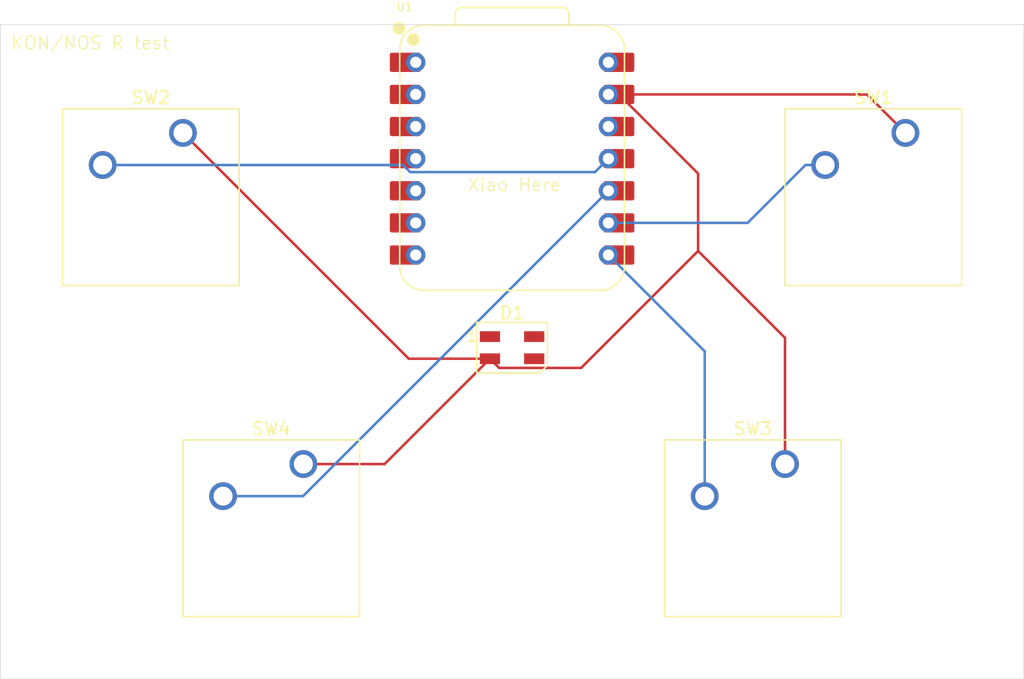
<source format=kicad_pcb>
(kicad_pcb (version 20241229) (generator "pcbnew") (generator_version "9.0")
  (layers (0 "F.Cu" signal) (2 "B.Cu" signal) (13 "F.Paste" user) (15 "B.Paste" user) (5 "F.SilkS" user "F.Silkscreen") (7 "B.SilkS" user "B.Silkscreen") (1 "F.Mask" user) (3 "B.Mask" user) (25 "Edge.Cuts" user))
  (net 0 "")
  (net 1 "GND")
  (net 3 "+5V")
  (net 4 "Net-(D1-DIN)")
  (net 5 "Net-(U1-GPIO2{slash}SCK)")
  (net 6 "Net-(U1-GPIO3{slash}MOSI)")
  (net 7 "Net-(U1-GPIO1{slash}RX)")
  (net 8 "Net-(U1-GPIO4{slash}MISO)")
  (footprint "LED_SMD:LED_SK6812MINI_PLCC4_3.5x3.5mm_P1.75mm" (layer "F.Cu") (at 102.39375 57.15)
    (property "Reference" "D1" (at 0 -2.75 0) (layer "F.SilkS"))
    (property "Value" "SK6812MINI")
    (fp_line (start -2.8 -2) (end -2.8 2) (stroke (width 0.12)) (layer "F.SilkS"))
    (fp_line (start -2.8 -2) (end 2.8 -2) (stroke (width 0.12)) (layer "F.SilkS"))
    (fp_line (start -2.8 2) (end 2.2 2) (stroke (width 0.12)) (layer "F.SilkS"))
    (fp_line (start 2.8 1.4) (end 2.2 2) (stroke (width 0.12)) (layer "F.SilkS"))
    (fp_line (start 2.8 1.4) (end 2.8 -2) (stroke (width 0.12)) (layer "F.SilkS"))
    (fp_text user "1" (at -3.2 -0.875 0) (layer "F.SilkS") (effects (font (size 0.8 0.8))))
    (pad "1" smd rect (at -1.75 -0.875) (size 1.6 0.85) (layers "F.Cu" "F.Mask" "F.Paste"))
    (pad "2" smd rect (at -1.75 0.875) (size 1.6 0.85) (layers "F.Cu" "F.Mask" "F.Paste") (net 1 "GND"))
    (pad "3" smd rect (at 1.75 0.875) (size 1.6 0.85) (layers "F.Cu" "F.Mask" "F.Paste") (net 4 "Net-(D1-DIN)"))
    (pad "4" smd rect (at 1.75 -0.875) (size 1.6 0.85) (layers "F.Cu" "F.Mask" "F.Paste") (net 3 "+5V"))
  )
  (footprint "Button_Switch_Keyboard:SW_Cherry_MX_1.00u_PCB" (layer "F.Cu") (at 76.35875 40.16375)
    (property "Reference" "SW2" (at -2.54 -2.794 0) (layer "F.SilkS"))
    (property "Value" "SW_Push")
    (fp_line (start -9.525 -1.905) (end 4.445 -1.905) (stroke (width 0.12)) (layer "F.SilkS"))
    (fp_line (start -9.525 12.065) (end -9.525 -1.905) (stroke (width 0.12)) (layer "F.SilkS"))
    (fp_line (start 4.445 -1.905) (end 4.445 12.065) (stroke (width 0.12)) (layer "F.SilkS"))
    (fp_line (start 4.445 12.065) (end -9.525 12.065) (stroke (width 0.12)) (layer "F.SilkS"))
    (pad "" np_thru_hole circle (at -7.62 5.08) (size 1.7 1.7) (drill 1.7) (layers "*.Cu" "*.Mask"))
    (pad "" np_thru_hole circle (at -2.54 5.08) (size 4 4) (drill 4) (layers "*.Cu" "*.Mask"))
    (pad "" np_thru_hole circle (at 2.54 5.08) (size 1.7 1.7) (drill 1.7) (layers "*.Cu" "*.Mask"))
    (pad "1" thru_hole circle (at 0 0) (size 2.2 2.2) (drill 1.5) (layers "*.Cu" "*.Mask") (net 1 "GND"))
    (pad "2" thru_hole circle (at -6.35 2.54) (size 2.2 2.2) (drill 1.5) (layers "*.Cu" "*.Mask") (net 6 "Net-(U1-GPIO3{slash}MOSI)"))
  )
  (footprint "Button_Switch_Keyboard:SW_Cherry_MX_1.00u_PCB" (layer "F.Cu") (at 123.98375 66.3575)
    (property "Reference" "SW3" (at -2.54 -2.794 0) (layer "F.SilkS"))
    (property "Value" "SW_Push")
    (fp_line (start -9.525 -1.905) (end 4.445 -1.905) (stroke (width 0.12)) (layer "F.SilkS"))
    (fp_line (start -9.525 12.065) (end -9.525 -1.905) (stroke (width 0.12)) (layer "F.SilkS"))
    (fp_line (start 4.445 -1.905) (end 4.445 12.065) (stroke (width 0.12)) (layer "F.SilkS"))
    (fp_line (start 4.445 12.065) (end -9.525 12.065) (stroke (width 0.12)) (layer "F.SilkS"))
    (pad "" np_thru_hole circle (at -7.62 5.08) (size 1.7 1.7) (drill 1.7) (layers "*.Cu" "*.Mask"))
    (pad "" np_thru_hole circle (at -2.54 5.08) (size 4 4) (drill 4) (layers "*.Cu" "*.Mask"))
    (pad "" np_thru_hole circle (at 2.54 5.08) (size 1.7 1.7) (drill 1.7) (layers "*.Cu" "*.Mask"))
    (pad "1" thru_hole circle (at 0 0) (size 2.2 2.2) (drill 1.5) (layers "*.Cu" "*.Mask") (net 1 "GND"))
    (pad "2" thru_hole circle (at -6.35 2.54) (size 2.2 2.2) (drill 1.5) (layers "*.Cu" "*.Mask") (net 7 "Net-(U1-GPIO1{slash}RX)"))
  )
  (footprint "Button_Switch_Keyboard:SW_Cherry_MX_1.00u_PCB" (layer "F.Cu") (at 133.50875 40.16375)
    (property "Reference" "SW1" (at -2.54 -2.794 0) (layer "F.SilkS"))
    (property "Value" "SW_Push")
    (fp_line (start -9.525 -1.905) (end 4.445 -1.905) (stroke (width 0.12)) (layer "F.SilkS"))
    (fp_line (start -9.525 12.065) (end -9.525 -1.905) (stroke (width 0.12)) (layer "F.SilkS"))
    (fp_line (start 4.445 -1.905) (end 4.445 12.065) (stroke (width 0.12)) (layer "F.SilkS"))
    (fp_line (start 4.445 12.065) (end -9.525 12.065) (stroke (width 0.12)) (layer "F.SilkS"))
    (pad "" np_thru_hole circle (at -7.62 5.08) (size 1.7 1.7) (drill 1.7) (layers "*.Cu" "*.Mask"))
    (pad "" np_thru_hole circle (at -2.54 5.08) (size 4 4) (drill 4) (layers "*.Cu" "*.Mask"))
    (pad "" np_thru_hole circle (at 2.54 5.08) (size 1.7 1.7) (drill 1.7) (layers "*.Cu" "*.Mask"))
    (pad "1" thru_hole circle (at 0 0) (size 2.2 2.2) (drill 1.5) (layers "*.Cu" "*.Mask") (net 1 "GND"))
    (pad "2" thru_hole circle (at -6.35 2.54) (size 2.2 2.2) (drill 1.5) (layers "*.Cu" "*.Mask") (net 5 "Net-(U1-GPIO2{slash}SCK)"))
  )
  (footprint "Button_Switch_Keyboard:SW_Cherry_MX_1.00u_PCB" (layer "F.Cu") (at 85.88375 66.3575)
    (property "Reference" "SW4" (at -2.54 -2.794 0) (layer "F.SilkS"))
    (property "Value" "SW_Push")
    (fp_line (start -9.525 -1.905) (end 4.445 -1.905) (stroke (width 0.12)) (layer "F.SilkS"))
    (fp_line (start -9.525 12.065) (end -9.525 -1.905) (stroke (width 0.12)) (layer "F.SilkS"))
    (fp_line (start 4.445 -1.905) (end 4.445 12.065) (stroke (width 0.12)) (layer "F.SilkS"))
    (fp_line (start 4.445 12.065) (end -9.525 12.065) (stroke (width 0.12)) (layer "F.SilkS"))
    (pad "" np_thru_hole circle (at -7.62 5.08) (size 1.7 1.7) (drill 1.7) (layers "*.Cu" "*.Mask"))
    (pad "" np_thru_hole circle (at -2.54 5.08) (size 4 4) (drill 4) (layers "*.Cu" "*.Mask"))
    (pad "" np_thru_hole circle (at 2.54 5.08) (size 1.7 1.7) (drill 1.7) (layers "*.Cu" "*.Mask"))
    (pad "1" thru_hole circle (at 0 0) (size 2.2 2.2) (drill 1.5) (layers "*.Cu" "*.Mask") (net 1 "GND"))
    (pad "2" thru_hole circle (at -6.35 2.54) (size 2.2 2.2) (drill 1.5) (layers "*.Cu" "*.Mask") (net 8 "Net-(U1-GPIO4{slash}MISO)"))
  )
  (footprint "OPL:XIAO-RP2040-DIP" (layer "F.Cu") (at 102.39375 42.1995)
    (property "Reference" "U1" (at -8.5 -12 0) (layer "F.SilkS") (effects (font (size 0.635 0.635) (thickness 0.1016))))
    (property "Value" "XIAO-RP2040-DIP")
    (fp_line (start -8.89 8.509) (end -8.89 -8.636) (stroke (width 0.127)) (layer "F.SilkS"))
    (fp_line (start -6.985 10.414) (end 6.985 10.414) (stroke (width 0.127)) (layer "F.SilkS"))
    (fp_line (start -4.495 -10.541) (end -4.491272 -11.451272) (stroke (width 0.127)) (layer "F.SilkS"))
    (fp_line (start -3.991272 -11.951) (end 4.004 -11.951) (stroke (width 0.127)) (layer "F.SilkS"))
    (fp_line (start 4.504 -11.451) (end 4.504 -10.541) (stroke (width 0.127)) (layer "F.SilkS"))
    (fp_line (start 6.985 -10.541) (end -6.985 -10.541) (stroke (width 0.1)) (layer "F.SilkS"))
    (fp_line (start 6.985 -10.541) (end -6.985 -10.541) (stroke (width 0.127)) (layer "F.SilkS"))
    (fp_line (start 8.89 8.509) (end 8.89 -8.636) (stroke (width 0.127)) (layer "F.SilkS"))
    (fp_arc (start -8.89 -8.636) (mid -8.332038 -9.983038) (end -6.985 -10.541) (stroke (width 0.127)) (layer "F.SilkS"))
    (fp_arc (start -6.985 10.414) (mid -8.332038 9.856038) (end -8.89 8.509) (stroke (width 0.127)) (layer "F.SilkS"))
    (fp_arc (start -4.491272 -11.451272) (mid -4.344728 -11.80464) (end -3.991272 -11.951) (stroke (width 0.127)) (layer "F.SilkS"))
    (fp_arc (start 4.004 -11.951) (mid 4.357553 -11.804553) (end 4.504 -11.451) (stroke (width 0.127)) (layer "F.SilkS"))
    (fp_arc (start 6.985 -10.541) (mid 8.332038 -9.983038) (end 8.89 -8.636) (stroke (width 0.127)) (layer "F.SilkS"))
    (fp_arc (start 8.89 8.509) (mid 8.332038 9.856038) (end 6.985 10.414) (stroke (width 0.127)) (layer "F.SilkS"))
    (fp_circle (center -8.95 -10.3) (end -8.95 -10.554) (stroke (width 0.5)) (fill yes) (layer "F.SilkS"))
    (fp_circle (center -7.807 -9.42) (end -7.807 -9.674) (stroke (width 0.5)) (fill yes) (layer "F.SilkS"))
    (pad "1" smd roundrect (at -8.455 -7.62 180) (size 2.432 1.524) (layers "F.Cu" "F.Mask") (roundrect_rratio 0.1))
    (pad "1" thru_hole circle (at -7.62 -7.62 180) (size 1.524 1.524) (drill 0.889) (layers "*.Cu" "*.Mask"))
    (pad "2" smd roundrect (at -8.455 -5.08 180) (size 2.432 1.524) (layers "F.Cu" "F.Mask") (roundrect_rratio 0.1))
    (pad "2" thru_hole circle (at -7.62 -5.08 180) (size 1.524 1.524) (drill 0.889) (layers "*.Cu" "*.Mask"))
    (pad "3" smd roundrect (at -8.455 -2.54 180) (size 2.432 1.524) (layers "F.Cu" "F.Mask") (roundrect_rratio 0.1))
    (pad "3" thru_hole circle (at -7.62 -2.54 180) (size 1.524 1.524) (drill 0.889) (layers "*.Cu" "*.Mask"))
    (pad "4" smd roundrect (at -8.455 0 180) (size 2.432 1.524) (layers "F.Cu" "F.Mask") (roundrect_rratio 0.1))
    (pad "4" thru_hole circle (at -7.62 0 180) (size 1.524 1.524) (drill 0.889) (layers "*.Cu" "*.Mask"))
    (pad "5" smd roundrect (at -8.455 2.54 180) (size 2.432 1.524) (layers "F.Cu" "F.Mask") (roundrect_rratio 0.1) (net 4 "Net-(D1-DIN)"))
    (pad "5" thru_hole circle (at -7.62 2.54 180) (size 1.524 1.524) (drill 0.889) (layers "*.Cu" "*.Mask") (net 4 "Net-(D1-DIN)"))
    (pad "6" smd roundrect (at -8.455 5.08 180) (size 2.432 1.524) (layers "F.Cu" "F.Mask") (roundrect_rratio 0.1))
    (pad "6" thru_hole circle (at -7.62 5.08 180) (size 1.524 1.524) (drill 0.889) (layers "*.Cu" "*.Mask"))
    (pad "7" smd roundrect (at -8.455 7.62 180) (size 2.432 1.524) (layers "F.Cu" "F.Mask") (roundrect_rratio 0.1))
    (pad "7" thru_hole circle (at -7.62 7.62 180) (size 1.524 1.524) (drill 0.889) (layers "*.Cu" "*.Mask"))
    (pad "8" thru_hole circle (at 7.62 7.62) (size 1.524 1.524) (drill 0.889) (layers "*.Cu" "*.Mask") (net 7 "Net-(U1-GPIO1{slash}RX)"))
    (pad "8" smd roundrect (at 8.455 7.62) (size 2.432 1.524) (layers "F.Cu" "F.Mask") (roundrect_rratio 0.1) (net 7 "Net-(U1-GPIO1{slash}RX)"))
    (pad "9" thru_hole circle (at 7.62 5.08) (size 1.524 1.524) (drill 0.889) (layers "*.Cu" "*.Mask") (net 5 "Net-(U1-GPIO2{slash}SCK)"))
    (pad "9" smd roundrect (at 8.455 5.08) (size 2.432 1.524) (layers "F.Cu" "F.Mask") (roundrect_rratio 0.1) (net 5 "Net-(U1-GPIO2{slash}SCK)"))
    (pad "10" thru_hole circle (at 7.62 2.54) (size 1.524 1.524) (drill 0.889) (layers "*.Cu" "*.Mask") (net 8 "Net-(U1-GPIO4{slash}MISO)"))
    (pad "10" smd roundrect (at 8.455 2.54) (size 2.432 1.524) (layers "F.Cu" "F.Mask") (roundrect_rratio 0.1) (net 8 "Net-(U1-GPIO4{slash}MISO)"))
    (pad "11" thru_hole circle (at 7.62 0) (size 1.524 1.524) (drill 0.889) (layers "*.Cu" "*.Mask") (net 6 "Net-(U1-GPIO3{slash}MOSI)"))
    (pad "11" smd roundrect (at 8.455 0) (size 2.432 1.524) (layers "F.Cu" "F.Mask") (roundrect_rratio 0.1) (net 6 "Net-(U1-GPIO3{slash}MOSI)"))
    (pad "12" thru_hole circle (at 7.62 -2.54) (size 1.524 1.524) (drill 0.889) (layers "*.Cu" "*.Mask"))
    (pad "12" smd roundrect (at 8.455 -2.54) (size 2.432 1.524) (layers "F.Cu" "F.Mask") (roundrect_rratio 0.1))
    (pad "13" thru_hole circle (at 7.62 -5.08) (size 1.524 1.524) (drill 0.889) (layers "*.Cu" "*.Mask") (net 1 "GND"))
    (pad "13" smd roundrect (at 8.455 -5.08) (size 2.432 1.524) (layers "F.Cu" "F.Mask") (roundrect_rratio 0.1) (net 1 "GND"))
    (pad "14" thru_hole circle (at 7.62 -7.62) (size 1.524 1.524) (drill 0.889) (layers "*.Cu" "*.Mask") (net 3 "+5V"))
    (pad "14" smd roundrect (at 8.455 -7.62) (size 2.432 1.524) (layers "F.Cu" "F.Mask") (roundrect_rratio 0.1) (net 3 "+5V"))
  )
  (gr_rect (start 61.9125 31.59625) (end 142.875 83.34375) (stroke (width 0.05)) (fill no) (layer "Edge.Cuts"))
  (gr_text "KON/NOS R test" (at 62.7 33.63 0) (layer "F.SilkS") (effects (font (size 1 1) (thickness 0.1)) (justify left bottom)))
  (gr_text "Xiao Here" (at 98.8 44.85 0) (layer "F.SilkS") (effects (font (size 1 1) (thickness 0.1)) (justify left bottom)))
  (segment (start 107.859 58.751) (end 117.11 49.5) (width 0.2) (layer "F.Cu") (net 1))
  (segment (start 130.475 37.13) (end 129.9 37.13) (width 0.2) (layer "F.Cu") (net 1))
  (segment (start 129.8895 37.1195) (end 110.84875 37.1195) (width 0.2) (layer "F.Cu") (net 1))
  (segment (start 100.64375 58.025) (end 101.36975 58.751) (width 0.2) (layer "F.Cu") (net 1))
  (segment (start 92.31125 66.3575) (end 85.88375 66.3575) (width 0.2) (layer "F.Cu") (net 1))
  (segment (start 117.11 49.5) (end 117.11 43.38075) (width 0.2) (layer "F.Cu") (net 1))
  (segment (start 129.9 37.13) (end 129.8895 37.1195) (width 0.2) (layer "F.Cu") (net 1))
  (segment (start 123.98375 56.37375) (end 117.11 49.5) (width 0.2) (layer "F.Cu") (net 1))
  (segment (start 76.35875 40.16375) (end 94.22 58.025) (width 0.2) (layer "F.Cu") (net 1))
  (segment (start 94.22 58.025) (end 100.64375 58.025) (width 0.2) (layer "F.Cu") (net 1))
  (segment (start 123.98375 66.3575) (end 123.98375 56.37375) (width 0.2) (layer "F.Cu") (net 1))
  (segment (start 117.11 43.38075) (end 110.84875 37.1195) (width 0.2) (layer "F.Cu") (net 1))
  (segment (start 133.50875 40.16375) (end 130.475 37.13) (width 0.2) (layer "F.Cu") (net 1))
  (segment (start 101.36975 58.751) (end 107.859 58.751) (width 0.2) (layer "F.Cu") (net 1))
  (segment (start 100.64375 58.025) (end 92.31125 66.3575) (width 0.2) (layer "F.Cu") (net 1))
  (segment (start 127.15875 42.70375) (end 126.73028 42.70375) (width 0.2) (layer "F.Cu") (net 5))
  (segment (start 127.15875 42.70375) (end 125.603116 42.70375) (width 0.2) (layer "B.Cu") (net 5))
  (segment (start 125.603116 42.70375) (end 121.027366 47.2795) (width 0.2) (layer "B.Cu") (net 5))
  (segment (start 121.027366 47.2795) (end 110.01375 47.2795) (width 0.2) (layer "B.Cu") (net 5))
  (segment (start 70.00875 42.70375) (end 69.215 42.70375) (width 0.2) (layer "F.Cu") (net 6))
  (segment (start 69.215 42.70375) (end 69.05625 42.8625) (width 0.2) (layer "F.Cu") (net 6))
  (segment (start 94.33344 43.2625) (end 108.95075 43.2625) (width 0.2) (layer "B.Cu") (net 6))
  (segment (start 70.00875 42.70375) (end 93.77469 42.70375) (width 0.2) (layer "B.Cu") (net 6))
  (segment (start 93.77469 42.70375) (end 94.33344 43.2625) (width 0.2) (layer "B.Cu") (net 6))
  (segment (start 108.95075 43.2625) (end 110.01375 42.1995) (width 0.2) (layer "B.Cu") (net 6))
  (segment (start 117.63375 68.8975) (end 117.63375 57.4395) (width 0.2) (layer "B.Cu") (net 7))
  (segment (start 117.63375 57.4395) (end 110.01375 49.8195) (width 0.2) (layer "B.Cu") (net 7))
  (segment (start 85.85575 68.8975) (end 110.01375 44.7395) (width 0.2) (layer "B.Cu") (net 8))
  (segment (start 79.53375 68.8975) (end 85.85575 68.8975) (width 0.2) (layer "B.Cu") (net 8))
)
</source>
